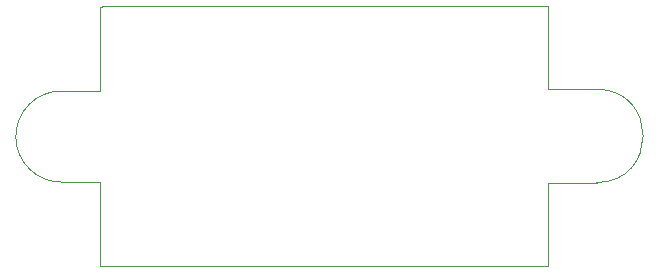
<source format=gbr>
%TF.GenerationSoftware,Altium Limited,Altium Designer,24.1.2 (44)*%
G04 Layer_Color=0*
%FSLAX45Y45*%
%MOMM*%
%TF.SameCoordinates,480B7A5E-9FD5-4732-A4F6-FD879BEA9CF3*%
%TF.FilePolarity,Positive*%
%TF.FileFunction,Profile,NP*%
%TF.Part,Single*%
G01*
G75*
%TA.AperFunction,Profile*%
%ADD49C,0.02540*%
D49*
X7492204Y7779906D02*
X7805306D01*
X7809856Y7778524D01*
Y7067000D01*
X11604362D01*
Y7776733D01*
X12015312D01*
D02*
G03*
X12014471Y8566937I-2582J395099D01*
G01*
X11605242Y8567000D01*
D02*
G02*
X11604362Y8569125I2125J2125D01*
G01*
Y9264563D01*
X11601926Y9267000D01*
X7825331D01*
Y9266804D01*
X7807944D01*
Y8551418D01*
X7805535Y8552065D01*
X7480351D01*
D02*
G03*
X7492204Y7779906I2523J-386132D01*
G01*
%TF.MD5,40d555a91cfa18d0b0f8d3d56437ba90*%
M02*

</source>
